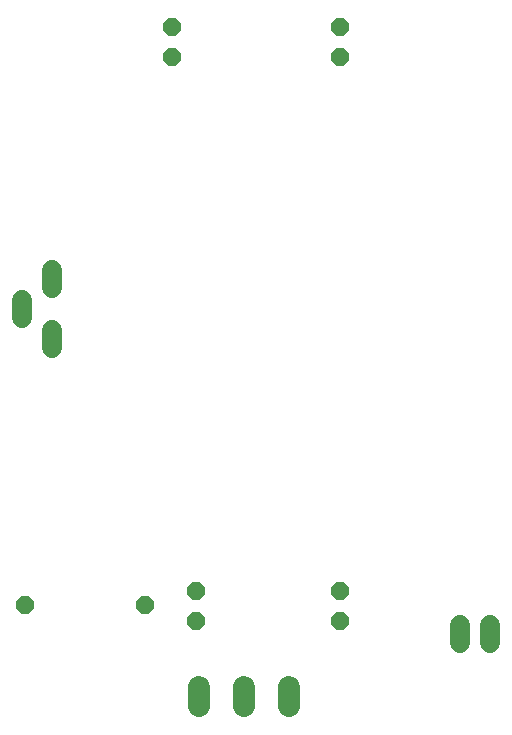
<source format=gbr>
G04 EAGLE Gerber RS-274X export*
G75*
%MOMM*%
%FSLAX34Y34*%
%LPD*%
%INSoldermask Bottom*%
%IPPOS*%
%AMOC8*
5,1,8,0,0,1.08239X$1,22.5*%
G01*
%ADD10P,1.649562X8X112.500000*%
%ADD11P,1.649562X8X292.500000*%
%ADD12P,1.649562X8X202.500000*%
%ADD13C,1.879600*%
%ADD14C,1.727200*%


D10*
X548640Y861060D03*
X548640Y886460D03*
X406400Y861060D03*
X406400Y886460D03*
D11*
X426720Y408940D03*
X426720Y383540D03*
X548640Y408940D03*
X548640Y383540D03*
D12*
X383286Y396494D03*
X281686Y396494D03*
D13*
X505460Y327660D02*
X505460Y310896D01*
X467360Y310896D02*
X467360Y327660D01*
X429260Y327660D02*
X429260Y310896D01*
D14*
X675132Y364236D02*
X675132Y379476D01*
X649732Y379476D02*
X649732Y364236D01*
X304800Y614680D02*
X304800Y629920D01*
X279400Y640080D02*
X279400Y655320D01*
X304800Y665480D02*
X304800Y680720D01*
M02*

</source>
